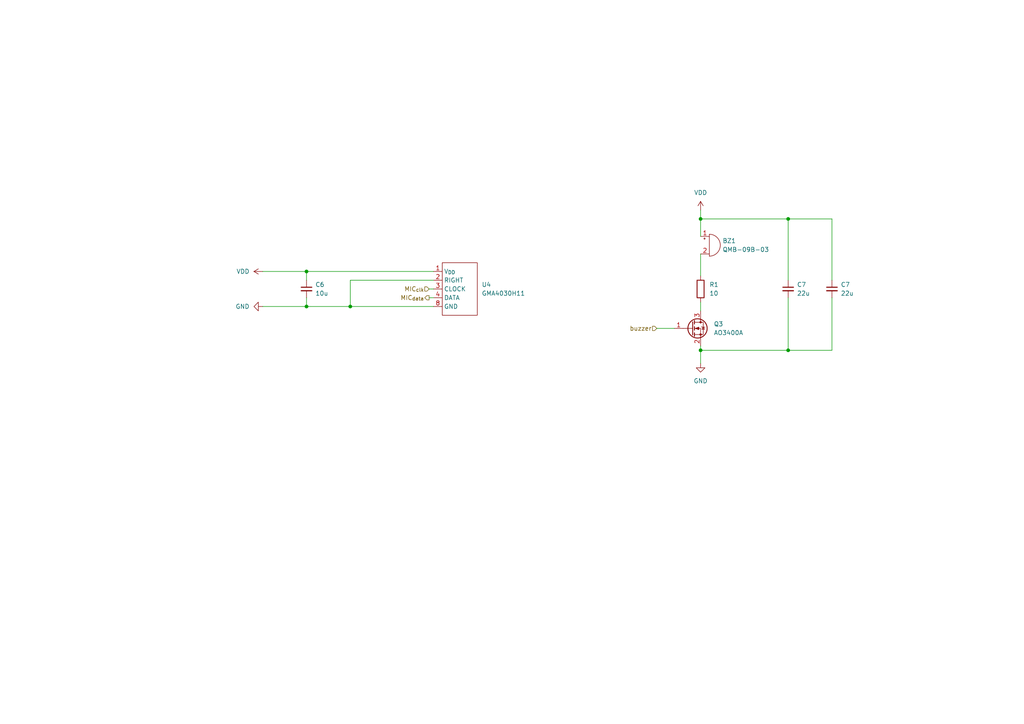
<source format=kicad_sch>
(kicad_sch (version 20230121) (generator eeschema)
  (paper "A4")
  (title_block (title "Audio") (date "2023-06-17"))
  (lib_symbols
    (symbol "Device:Buzzer" (pin_names (offset 0.0254) hide)
      (property "Reference" "BZ" (at 3.81 1.27 0))
      (property "Value" "Buzzer" (at 3.81 -1.27 0))
      (symbol "Buzzer_0_1"
        (arc (start 0 -3.175) (mid 3.1612 0) (end 0 3.175))
        (polyline (pts (xy -1.651 1.905) (xy -1.143 1.905)))
        (polyline (pts (xy -1.397 2.159) (xy -1.397 1.651)))
        (polyline (pts (xy 0 3.175) (xy 0 -3.175)))
      )
      (symbol "Buzzer_1_1"
        (pin passive line (at -2.54 2.54 0) (length 2.54) (name "-") (number "1"))
        (pin passive line (at -2.54 -2.54 0) (length 2.54) (name "+") (number "2"))
      )
    )
    (symbol "Device:C_Small" (pin_numbers hide) (pin_names (offset 0.254) hide)
      (property "Reference" "C" (at 0.254 1.778 0))
      (property "Value" "C_Small" (at 0.254 -2.032 0))
      (symbol "C_Small_0_1"
        (polyline (pts (xy -1.524 -0.508) (xy 1.524 -0.508)) (stroke (width 0.3302)))
        (polyline (pts (xy -1.524 0.508) (xy 1.524 0.508)) (stroke (width 0.3048)))
      )
      (symbol "C_Small_1_1"
        (pin passive line (at 0 2.54 270) (length 2.032) (name "~") (number "1"))
        (pin passive line (at 0 -2.54 90) (length 2.032) (name "~") (number "2"))
      )
    )
    (symbol "Device:R" (pin_numbers hide) (pin_names (offset 0))
      (property "Reference" "R" (at 2.032 0 90))
      (property "Value" "R" (at 0 0 90))
      (symbol "R_0_1"
        (rectangle (start -1.016 -2.54) (end 1.016 2.54) (stroke (width 0.254)))
      )
      (symbol "R_1_1"
        (pin passive line (at 0 3.81 270) (length 1.27) (name "~") (number "1"))
        (pin passive line (at 0 -3.81 90) (length 1.27) (name "~") (number "2"))
      )
    )
    (symbol "Transistor_FET:AO3400A" (pin_names hide)
      (property "Reference" "Q" (at 5.08 1.905 0))
      (property "Value" "AO3400A" (at 5.08 0 0))
      (symbol "AO3400A_0_1"
        (polyline (pts (xy 0.254 0) (xy -2.54 0)))
        (polyline (pts (xy 0.254 1.905) (xy 0.254 -1.905)) (stroke (width 0.254)))
        (polyline (pts (xy 0.762 -1.27) (xy 0.762 -2.286)) (stroke (width 0.254)))
        (polyline (pts (xy 0.762 0.508) (xy 0.762 -0.508)) (stroke (width 0.254)))
        (polyline (pts (xy 0.762 2.286) (xy 0.762 1.27)) (stroke (width 0.254)))
        (polyline (pts (xy 2.54 2.54) (xy 2.54 1.778)))
        (polyline (pts (xy 2.54 -2.54) (xy 2.54 0) (xy 0.762 0)))
        (polyline (pts (xy 0.762 -1.778) (xy 3.302 -1.778) (xy 3.302 1.778) (xy 0.762 1.778)))
        (polyline (pts (xy 1.016 0) (xy 2.032 0.381) (xy 2.032 -0.381) (xy 1.016 0)) (fill (type outline)))
        (polyline (pts (xy 2.794 0.508) (xy 2.921 0.381) (xy 3.683 0.381) (xy 3.81 0.254)))
        (polyline (pts (xy 3.302 0.381) (xy 2.921 -0.254) (xy 3.683 -0.254) (xy 3.302 0.381)))
        (circle (center 1.651 0) (radius 2.794) (stroke (width 0.254)))
        (circle (center 2.54 -1.778) (radius 0.254) (fill (type outline)))
        (circle (center 2.54 1.778) (radius 0.254) (fill (type outline)))
      )
      (symbol "AO3400A_1_1"
        (pin input line (at -5.08 0 0) (length 2.54) (name "G") (number "1"))
        (pin passive line (at 2.54 -5.08 90) (length 2.54) (name "S") (number "2"))
        (pin passive line (at 2.54 5.08 270) (length 2.54) (name "D") (number "3"))
      )
    )
    (symbol "fun-blaster:GMA4030H11"
      (property "Reference" "U" (at 0 5.08 0))
      (property "Value" "GMA4030H11" (at 0 -15.24 0))
      (symbol "GMA4030H11_0_1"
        (rectangle (start -5.08 2.54) (end 5.08 -12.7))
      )
      (symbol "GMA4030H11_1_1"
        (pin power_in line (at -7.62 0 0) (length 2.54) (name "V_{DD}") (number "1"))
        (pin input line (at -7.62 -2.54 0) (length 2.54) (name "RIGHT") (number "2"))
        (pin input line (at -7.62 -5.08 0) (length 2.54) (name "CLOCK") (number "3"))
        (pin output line (at -7.62 -7.62 0) (length 2.54) (name "DATA") (number "4"))
        (pin power_in line (at -7.62 -10.16 0) (length 2.54) hide (name "GND") (number "5"))
        (pin power_in line (at -7.62 -10.16 0) (length 2.54) hide (name "GND") (number "6"))
        (pin power_in line (at -7.62 -10.16 0) (length 2.54) hide (name "GND") (number "7"))
        (pin power_in line (at -7.62 -10.16 0) (length 2.54) (name "GND") (number "8"))
      )
    )
    (symbol "power:GND" (power) (pin_names (offset 0))
      (property "Value" "GND" (at 0 -3.81 0))
      (symbol "GND_0_1"
        (polyline (pts (xy 0 0) (xy 0 -1.27) (xy 1.27 -1.27) (xy 0 -2.54) (xy -1.27 -1.27) (xy 0 -1.27)))
      )
      (symbol "GND_1_1"
        (pin power_in line (at 0 0 270) (length 0) hide (name "GND") (number "1"))
      )
    )
    (symbol "power:VDD" (power) (pin_names (offset 0))
      (property "Value" "VDD" (at 0 3.81 0))
      (symbol "VDD_0_1"
        (polyline (pts (xy -0.762 1.27) (xy 0 2.54)))
        (polyline (pts (xy 0 0) (xy 0 2.54)))
        (polyline (pts (xy 0 2.54) (xy 0.762 1.27)))
      )
      (symbol "VDD_1_1"
        (pin power_in line (at 0 0 90) (length 0) hide (name "VDD") (number "1"))
      )
    )
  )
  (junction (at 203.2 101.6))
  (junction (at 88.9 88.9))
  (junction (at 228.6 63.5))
  (junction (at 101.6 88.9))
  (junction (at 203.2 63.5))
  (junction (at 228.6 101.6))
  (junction (at 88.9 78.74))
  (wire (pts (xy 124.46 83.82) (xy 125.73 83.82)))
  (wire (pts (xy 88.9 78.74) (xy 88.9 81.28)))
  (wire (pts (xy 190.5 95.25) (xy 195.58 95.25)))
  (wire (pts (xy 228.6 101.6) (xy 203.2 101.6)))
  (wire (pts (xy 88.9 88.9) (xy 101.6 88.9)))
  (wire (pts (xy 76.2 88.9) (xy 88.9 88.9)))
  (wire (pts (xy 241.3 86.36) (xy 241.3 101.6)))
  (wire (pts (xy 228.6 86.36) (xy 228.6 101.6)))
  (wire (pts (xy 124.46 86.36) (xy 125.73 86.36)))
  (wire (pts (xy 203.2 60.96) (xy 203.2 63.5)))
  (wire (pts (xy 228.6 101.6) (xy 241.3 101.6)))
  (wire (pts (xy 76.2 78.74) (xy 88.9 78.74)))
  (wire (pts (xy 88.9 78.74) (xy 125.73 78.74)))
  (wire (pts (xy 88.9 86.36) (xy 88.9 88.9)))
  (wire (pts (xy 203.2 63.5) (xy 203.2 68.58)))
  (wire (pts (xy 228.6 81.28) (xy 228.6 63.5)))
  (wire (pts (xy 228.6 63.5) (xy 203.2 63.5)))
  (wire (pts (xy 228.6 63.5) (xy 241.3 63.5)))
  (wire (pts (xy 241.3 81.28) (xy 241.3 63.5)))
  (wire (pts (xy 203.2 101.6) (xy 203.2 105.41)))
  (wire (pts (xy 203.2 73.66) (xy 203.2 80.01)))
  (wire (pts (xy 101.6 81.28) (xy 101.6 88.9)))
  (wire (pts (xy 203.2 100.33) (xy 203.2 101.6)))
  (wire (pts (xy 125.73 81.28) (xy 101.6 81.28)))
  (wire (pts (xy 203.2 87.63) (xy 203.2 90.17)))
  (wire (pts (xy 101.6 88.9) (xy 125.73 88.9)))
  (hierarchical_label "buzzer" (shape input) (at 190.5 95.25 180))
  (hierarchical_label "MIC_{clk}" (shape input) (at 124.46 83.82 180))
  (hierarchical_label "MIC_{data}" (shape output) (at 124.46 86.36 180))
  (symbol (lib_id "Device:R") (at 203.2 83.82 0) (unit 1)
    (property "Reference" "R1" (at 205.74 82.55 0) (effects (justify left)))
    (property "Value" "10" (at 205.74 85.09 0) (effects (justify left)))
    (property "Footprint" "Resistor_THT:R_Axial_DIN0204_L3.6mm_D1.6mm_P5.08mm_Horizontal" (effects hide))
    (instances (project "fun-blaster" (path "" (reference "R1") (unit 1)) (path "" (reference "R1") (unit 1)) (path "" (reference "R12") (unit 1))))
  )
  (symbol (lib_id "power:VDD") (at 76.2 78.74 90) (unit 1)
    (property "Reference" "#PWR040" (effects hide))
    (property "Value" "VDD" (at 72.39 78.74 90) (effects (justify left)))
    (instances (project "fun-blaster" (path "" (reference "#PWR040") (unit 1)) (path "" (reference "#PWR024") (unit 1))))
  )
  (symbol (lib_id "power:GND") (at 76.2 88.9 270) (unit 1)
    (property "Reference" "#PWR025" (effects hide))
    (property "Value" "GND" (at 72.39 88.9 90) (effects (justify right)))
  )
  (symbol (lib_id "fun-blaster:GMA4030H11") (at 133.35 78.74 0) (unit 1)
    (property "Reference" "U4" (at 139.7 82.55 0) (effects (justify left)))
    (property "Value" "GMA4030H11" (at 139.7 85.09 0) (effects (justify left)))
    (property "Footprint" "LCSC:MIC-SMD_8P-L3.0-W4.0-P0.85-BL" (effects hide))
    (property "LCSC" "C498193" (effects hide))
  )
  (symbol (lib_id "Device:C_Small") (at 228.6 83.82 0) (mirror y) (unit 1)
    (property "Reference" "C7" (at 231.14 82.55 0) (effects (justify right)))
    (property "Value" "22u" (at 231.14 85.09 0) (effects (justify right)))
    (property "Footprint" "Capacitor_SMD:C_0603_1608Metric" (effects hide))
    (property "LCSC" "C59461" (effects hide))
    (instances (project "barbecue" (path "" (reference "C7") (unit 1))) (project "bento-vna" (path "" (reference "C3") (unit 1))) (project "fun-blaster" (path "" (reference "C3") (unit 1)) (path "" (reference "C3") (unit 1)) (path "" (reference "C4") (unit 1)) (path "" (reference "C24") (unit 1))))
  )
  (symbol (lib_id "Device:C_Small") (at 241.3 83.82 0) (mirror y) (unit 1)
    (property "Reference" "C7" (at 243.84 82.55 0) (effects (justify right)))
    (property "Value" "22u" (at 243.84 85.09 0) (effects (justify right)))
    (property "Footprint" "Capacitor_SMD:C_0603_1608Metric" (effects hide))
    (property "LCSC" "C59461" (effects hide))
    (instances (project "barbecue" (path "" (reference "C7") (unit 1))) (project "bento-vna" (path "" (reference "C3") (unit 1))) (project "fun-blaster" (path "" (reference "C3") (unit 1)) (path "" (reference "C3") (unit 1)) (path "" (reference "C4") (unit 1)) (path "" (reference "C25") (unit 1))))
  )
  (symbol (lib_id "Device:C_Small") (at 88.9 83.82 0) (mirror y) (unit 1)
    (property "Reference" "C6" (at 91.44 82.55 0) (effects (justify right)))
    (property "Value" "10u" (at 91.44 85.09 0) (effects (justify right)))
    (property "Footprint" "Capacitor_SMD:C_0603_1608Metric" (effects hide))
    (property "LCSC" "C96446" (effects hide))
    (instances (project "barbecue" (path "" (reference "C6") (unit 1))) (project "bento-vna" (path "" (reference "C2") (unit 1))) (project "fun-blaster" (path "" (reference "C2") (unit 1)) (path "" (reference "C2") (unit 1)) (path "" (reference "C2") (unit 1)) (path "" (reference "C11") (unit 1))))
  )
  (symbol (lib_id "Device:Buzzer") (at 205.74 71.12 0) (unit 1)
    (property "Reference" "BZ1" (at 209.55 69.85 0) (effects (justify left)))
    (property "Value" "QMB-09B-03" (at 209.55 72.39 0) (effects (justify left)))
    (property "Footprint" "LCSC:BUZ-TH_BD9.0-P4.00-D0.6-FD" (effects hide))
    (property "LCSC" "C96256" (effects hide))
  )
  (symbol (lib_id "Transistor_FET:AO3400A") (at 200.66 95.25 0) (unit 1)
    (property "Reference" "Q3" (at 207.01 93.98 0) (effects (justify left)))
    (property "Value" "AO3400A" (at 207.01 96.52 0) (effects (justify left)))
    (property "Footprint" "Package_TO_SOT_SMD:SOT-23" (effects hide))
    (property "Datasheet" "http://www.aosmd.com/pdfs/datasheet/AO3400A.pdf" (effects hide))
    (property "LCSC" "C20917" (effects hide))
    (instances (project "fun-blaster" (path "" (reference "Q3") (unit 1)) (path "" (reference "Q2") (unit 1)) (path "" (reference "Q3") (unit 1))))
  )
  (symbol (lib_id "power:VDD") (at 203.2 60.96 0) (unit 1)
    (property "Reference" "#PWR040" (effects hide))
    (property "Value" "VDD" (at 203.2 55.88 0))
    (instances (project "fun-blaster" (path "" (reference "#PWR040") (unit 1)) (path "" (reference "#PWR027") (unit 1))))
  )
  (symbol (lib_id "power:GND") (at 203.2 105.41 0) (unit 1)
    (property "Reference" "#PWR028" (effects hide))
    (property "Value" "GND" (at 203.2 110.49 0))
  )
)
</source>
